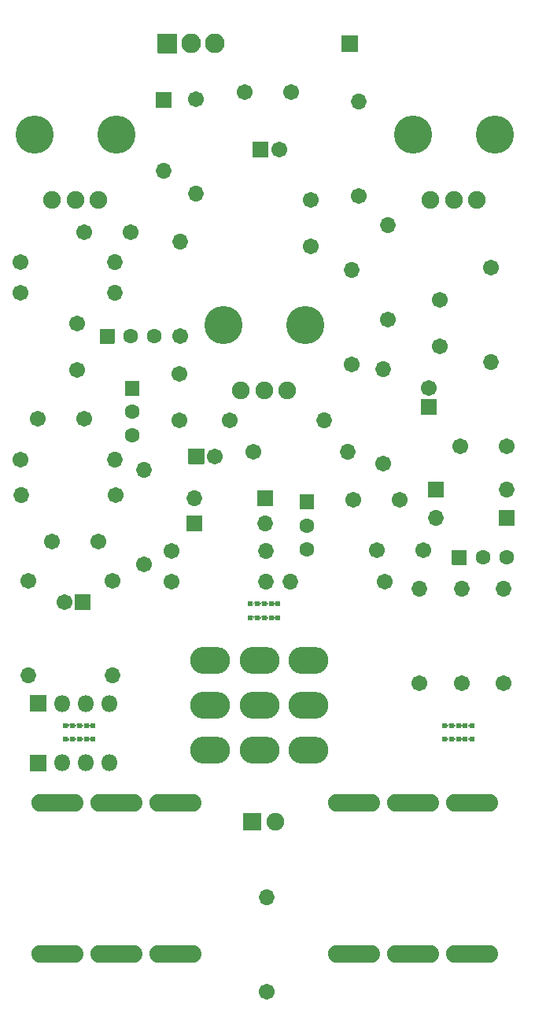
<source format=gbr>
G04 #@! TF.GenerationSoftware,KiCad,Pcbnew,5.1.9*
G04 #@! TF.CreationDate,2021-01-07T13:44:28+01:00*
G04 #@! TF.ProjectId,fuzzpedal,66757a7a-7065-4646-916c-2e6b69636164,rev?*
G04 #@! TF.SameCoordinates,Original*
G04 #@! TF.FileFunction,Soldermask,Bot*
G04 #@! TF.FilePolarity,Negative*
%FSLAX46Y46*%
G04 Gerber Fmt 4.6, Leading zero omitted, Abs format (unit mm)*
G04 Created by KiCad (PCBNEW 5.1.9) date 2021-01-07 13:44:28*
%MOMM*%
%LPD*%
G01*
G04 APERTURE LIST*
%ADD10O,5.602000X1.902000*%
%ADD11O,4.302000X2.902000*%
%ADD12O,2.102000X2.102000*%
%ADD13C,4.102000*%
%ADD14C,1.902000*%
%ADD15C,0.602000*%
%ADD16O,1.702000X1.702000*%
%ADD17C,1.702000*%
%ADD18C,1.602000*%
%ADD19O,1.802000X1.802000*%
%ADD20C,0.100000*%
G04 APERTURE END LIST*
D10*
X131200000Y-150615000D03*
X131200000Y-134385000D03*
X124850000Y-134385000D03*
X137550000Y-134385000D03*
X124850000Y-150615000D03*
X137550000Y-150615000D03*
X163100000Y-134385000D03*
X163100000Y-150615000D03*
X169450000Y-150615000D03*
X156750000Y-150615000D03*
X169450000Y-134385000D03*
X156750000Y-134385000D03*
D11*
X151900000Y-119100000D03*
X151900000Y-128700000D03*
X151900000Y-123900000D03*
X146600000Y-128700000D03*
X141300000Y-123900000D03*
X146600000Y-119100000D03*
X141300000Y-128700000D03*
X141300000Y-119100000D03*
X146600000Y-123900000D03*
D12*
X141780000Y-52700000D03*
X139240000Y-52700000D03*
G36*
G01*
X135700000Y-51649000D02*
X137700000Y-51649000D01*
G75*
G02*
X137751000Y-51700000I0J-51000D01*
G01*
X137751000Y-53700000D01*
G75*
G02*
X137700000Y-53751000I-51000J0D01*
G01*
X135700000Y-53751000D01*
G75*
G02*
X135649000Y-53700000I0J51000D01*
G01*
X135649000Y-51700000D01*
G75*
G02*
X135700000Y-51649000I51000J0D01*
G01*
G37*
D13*
X131200000Y-62500000D03*
X122400000Y-62500000D03*
D14*
X129300000Y-69500000D03*
X126800000Y-69500000D03*
X124300000Y-69500000D03*
D13*
X171900000Y-62500000D03*
X163100000Y-62500000D03*
D14*
X170000000Y-69500000D03*
X167500000Y-69500000D03*
X165000000Y-69500000D03*
D15*
X128700000Y-127550000D03*
X125700000Y-127550000D03*
X125700000Y-126050000D03*
X128700000Y-126050000D03*
X127200000Y-126050000D03*
X127200000Y-127550000D03*
X127950000Y-126050000D03*
X126450000Y-126050000D03*
X126450000Y-127550000D03*
X127950000Y-127550000D03*
X147850000Y-114450000D03*
X146350000Y-114450000D03*
X146350000Y-112950000D03*
X147850000Y-112950000D03*
X147100000Y-114450000D03*
X147100000Y-112950000D03*
X148600000Y-112950000D03*
X145600000Y-112950000D03*
X145600000Y-114450000D03*
X148600000Y-114450000D03*
X168750000Y-127550000D03*
X167250000Y-127550000D03*
X167250000Y-126050000D03*
X168750000Y-126050000D03*
X168000000Y-127550000D03*
X168000000Y-126050000D03*
X169500000Y-126050000D03*
X166500000Y-126050000D03*
X166500000Y-127550000D03*
X169500000Y-127550000D03*
D16*
X156500000Y-77040000D03*
D17*
X156500000Y-87200000D03*
X168200000Y-96000000D03*
X173200000Y-96000000D03*
X161700000Y-101800000D03*
X156700000Y-101800000D03*
D16*
X149940000Y-110600000D03*
D17*
X160100000Y-110600000D03*
X127000000Y-82800000D03*
X127000000Y-87800000D03*
X138000000Y-88200000D03*
X138000000Y-93200000D03*
X166000000Y-80300000D03*
X166000000Y-85300000D03*
X152100000Y-69500000D03*
X152100000Y-74500000D03*
X159200000Y-107200000D03*
X164200000Y-107200000D03*
X132700000Y-73000000D03*
X127700000Y-73000000D03*
X124300000Y-106300000D03*
X129300000Y-106300000D03*
X127700000Y-93100000D03*
X122700000Y-93100000D03*
D13*
X151500000Y-83000000D03*
X142700000Y-83000000D03*
D14*
X149600000Y-90000000D03*
X147100000Y-90000000D03*
X144600000Y-90000000D03*
D16*
X147400000Y-144540000D03*
D17*
X147400000Y-154700000D03*
D16*
X138100000Y-74040000D03*
D17*
X138100000Y-84200000D03*
D16*
X139800000Y-68860000D03*
D17*
X139800000Y-58700000D03*
D16*
X153560000Y-93200000D03*
D17*
X143400000Y-93200000D03*
D16*
X134200000Y-98540000D03*
D17*
X134200000Y-108700000D03*
D16*
X160400000Y-72240000D03*
D17*
X160400000Y-82400000D03*
D16*
X163800000Y-111340000D03*
D17*
X163800000Y-121500000D03*
D16*
X168400000Y-111340000D03*
D17*
X168400000Y-121500000D03*
D16*
X171500000Y-86960000D03*
D17*
X171500000Y-76800000D03*
D16*
X172900000Y-111340000D03*
D17*
X172900000Y-121500000D03*
D16*
X159900000Y-87740000D03*
D17*
X159900000Y-97900000D03*
D16*
X147260000Y-107300000D03*
D17*
X137100000Y-107300000D03*
D16*
X131060000Y-79500000D03*
D17*
X120900000Y-79500000D03*
D16*
X156060000Y-96600000D03*
D17*
X145900000Y-96600000D03*
D16*
X131060000Y-76200000D03*
D17*
X120900000Y-76200000D03*
D16*
X157300000Y-58940000D03*
D17*
X157300000Y-69100000D03*
D16*
X147260000Y-110600000D03*
D17*
X137100000Y-110600000D03*
D16*
X120940000Y-101300000D03*
D17*
X131100000Y-101300000D03*
D16*
X131060000Y-97500000D03*
D17*
X120900000Y-97500000D03*
D16*
X130800000Y-120660000D03*
D17*
X130800000Y-110500000D03*
D16*
X121700000Y-120660000D03*
D17*
X121700000Y-110500000D03*
D16*
X136300000Y-66420000D03*
G36*
G01*
X135500000Y-57949000D02*
X137100000Y-57949000D01*
G75*
G02*
X137151000Y-58000000I0J-51000D01*
G01*
X137151000Y-59600000D01*
G75*
G02*
X137100000Y-59651000I-51000J0D01*
G01*
X135500000Y-59651000D01*
G75*
G02*
X135449000Y-59600000I0J51000D01*
G01*
X135449000Y-58000000D01*
G75*
G02*
X135500000Y-57949000I51000J0D01*
G01*
G37*
D14*
X148340000Y-136400000D03*
G36*
G01*
X144849000Y-137300000D02*
X144849000Y-135500000D01*
G75*
G02*
X144900000Y-135449000I51000J0D01*
G01*
X146700000Y-135449000D01*
G75*
G02*
X146751000Y-135500000I0J-51000D01*
G01*
X146751000Y-137300000D01*
G75*
G02*
X146700000Y-137351000I-51000J0D01*
G01*
X144900000Y-137351000D01*
G75*
G02*
X144849000Y-137300000I0J51000D01*
G01*
G37*
D16*
X165580000Y-103700000D03*
G36*
G01*
X174051000Y-102900000D02*
X174051000Y-104500000D01*
G75*
G02*
X174000000Y-104551000I-51000J0D01*
G01*
X172400000Y-104551000D01*
G75*
G02*
X172349000Y-104500000I0J51000D01*
G01*
X172349000Y-102900000D01*
G75*
G02*
X172400000Y-102849000I51000J0D01*
G01*
X174000000Y-102849000D01*
G75*
G02*
X174051000Y-102900000I0J-51000D01*
G01*
G37*
X173200000Y-100700000D03*
G36*
G01*
X164729000Y-101500000D02*
X164729000Y-99900000D01*
G75*
G02*
X164780000Y-99849000I51000J0D01*
G01*
X166380000Y-99849000D01*
G75*
G02*
X166431000Y-99900000I0J-51000D01*
G01*
X166431000Y-101500000D01*
G75*
G02*
X166380000Y-101551000I-51000J0D01*
G01*
X164780000Y-101551000D01*
G75*
G02*
X164729000Y-101500000I0J51000D01*
G01*
G37*
X139580000Y-101600000D03*
G36*
G01*
X148051000Y-100800000D02*
X148051000Y-102400000D01*
G75*
G02*
X148000000Y-102451000I-51000J0D01*
G01*
X146400000Y-102451000D01*
G75*
G02*
X146349000Y-102400000I0J51000D01*
G01*
X146349000Y-100800000D01*
G75*
G02*
X146400000Y-100749000I51000J0D01*
G01*
X148000000Y-100749000D01*
G75*
G02*
X148051000Y-100800000I0J-51000D01*
G01*
G37*
X147220000Y-104300000D03*
G36*
G01*
X138749000Y-105100000D02*
X138749000Y-103500000D01*
G75*
G02*
X138800000Y-103449000I51000J0D01*
G01*
X140400000Y-103449000D01*
G75*
G02*
X140451000Y-103500000I0J-51000D01*
G01*
X140451000Y-105100000D01*
G75*
G02*
X140400000Y-105151000I-51000J0D01*
G01*
X138800000Y-105151000D01*
G75*
G02*
X138749000Y-105100000I0J51000D01*
G01*
G37*
D17*
X164800000Y-89800000D03*
G36*
G01*
X165600000Y-92651000D02*
X164000000Y-92651000D01*
G75*
G02*
X163949000Y-92600000I0J51000D01*
G01*
X163949000Y-91000000D01*
G75*
G02*
X164000000Y-90949000I51000J0D01*
G01*
X165600000Y-90949000D01*
G75*
G02*
X165651000Y-91000000I0J-51000D01*
G01*
X165651000Y-92600000D01*
G75*
G02*
X165600000Y-92651000I-51000J0D01*
G01*
G37*
X141800000Y-97100000D03*
G36*
G01*
X138949000Y-97900000D02*
X138949000Y-96300000D01*
G75*
G02*
X139000000Y-96249000I51000J0D01*
G01*
X140600000Y-96249000D01*
G75*
G02*
X140651000Y-96300000I0J-51000D01*
G01*
X140651000Y-97900000D01*
G75*
G02*
X140600000Y-97951000I-51000J0D01*
G01*
X139000000Y-97951000D01*
G75*
G02*
X138949000Y-97900000I0J51000D01*
G01*
G37*
X125600000Y-112800000D03*
G36*
G01*
X128451000Y-112000000D02*
X128451000Y-113600000D01*
G75*
G02*
X128400000Y-113651000I-51000J0D01*
G01*
X126800000Y-113651000D01*
G75*
G02*
X126749000Y-113600000I0J51000D01*
G01*
X126749000Y-112000000D01*
G75*
G02*
X126800000Y-111949000I51000J0D01*
G01*
X128400000Y-111949000D01*
G75*
G02*
X128451000Y-112000000I0J-51000D01*
G01*
G37*
G36*
G01*
X145849000Y-64900000D02*
X145849000Y-63300000D01*
G75*
G02*
X145900000Y-63249000I51000J0D01*
G01*
X147500000Y-63249000D01*
G75*
G02*
X147551000Y-63300000I0J-51000D01*
G01*
X147551000Y-64900000D01*
G75*
G02*
X147500000Y-64951000I-51000J0D01*
G01*
X145900000Y-64951000D01*
G75*
G02*
X145849000Y-64900000I0J51000D01*
G01*
G37*
X148700000Y-64100000D03*
X145000000Y-57900000D03*
X150000000Y-57900000D03*
G36*
G01*
X132099000Y-90550000D02*
X132099000Y-89050000D01*
G75*
G02*
X132150000Y-88999000I51000J0D01*
G01*
X133650000Y-88999000D01*
G75*
G02*
X133701000Y-89050000I0J-51000D01*
G01*
X133701000Y-90550000D01*
G75*
G02*
X133650000Y-90601000I-51000J0D01*
G01*
X132150000Y-90601000D01*
G75*
G02*
X132099000Y-90550000I0J51000D01*
G01*
G37*
D18*
X132900000Y-94880000D03*
X132900000Y-92340000D03*
X151700000Y-104540000D03*
X151700000Y-107080000D03*
G36*
G01*
X150899000Y-102750000D02*
X150899000Y-101250000D01*
G75*
G02*
X150950000Y-101199000I51000J0D01*
G01*
X152450000Y-101199000D01*
G75*
G02*
X152501000Y-101250000I0J-51000D01*
G01*
X152501000Y-102750000D01*
G75*
G02*
X152450000Y-102801000I-51000J0D01*
G01*
X150950000Y-102801000D01*
G75*
G02*
X150899000Y-102750000I0J51000D01*
G01*
G37*
G36*
G01*
X168850000Y-108801000D02*
X167350000Y-108801000D01*
G75*
G02*
X167299000Y-108750000I0J51000D01*
G01*
X167299000Y-107250000D01*
G75*
G02*
X167350000Y-107199000I51000J0D01*
G01*
X168850000Y-107199000D01*
G75*
G02*
X168901000Y-107250000I0J-51000D01*
G01*
X168901000Y-108750000D01*
G75*
G02*
X168850000Y-108801000I-51000J0D01*
G01*
G37*
X173180000Y-108000000D03*
X170640000Y-108000000D03*
X132740000Y-84200000D03*
X135280000Y-84200000D03*
G36*
G01*
X130950000Y-85001000D02*
X129450000Y-85001000D01*
G75*
G02*
X129399000Y-84950000I0J51000D01*
G01*
X129399000Y-83450000D01*
G75*
G02*
X129450000Y-83399000I51000J0D01*
G01*
X130950000Y-83399000D01*
G75*
G02*
X131001000Y-83450000I0J-51000D01*
G01*
X131001000Y-84950000D01*
G75*
G02*
X130950000Y-85001000I-51000J0D01*
G01*
G37*
G36*
G01*
X155399000Y-53550000D02*
X155399000Y-51850000D01*
G75*
G02*
X155450000Y-51799000I51000J0D01*
G01*
X157150000Y-51799000D01*
G75*
G02*
X157201000Y-51850000I0J-51000D01*
G01*
X157201000Y-53550000D01*
G75*
G02*
X157150000Y-53601000I-51000J0D01*
G01*
X155450000Y-53601000D01*
G75*
G02*
X155399000Y-53550000I0J51000D01*
G01*
G37*
G36*
G01*
X123650000Y-131001000D02*
X121950000Y-131001000D01*
G75*
G02*
X121899000Y-130950000I0J51000D01*
G01*
X121899000Y-129250000D01*
G75*
G02*
X121950000Y-129199000I51000J0D01*
G01*
X123650000Y-129199000D01*
G75*
G02*
X123701000Y-129250000I0J-51000D01*
G01*
X123701000Y-130950000D01*
G75*
G02*
X123650000Y-131001000I-51000J0D01*
G01*
G37*
D19*
X125340000Y-130100000D03*
X127880000Y-130100000D03*
X130420000Y-130100000D03*
X130420000Y-123700000D03*
X127880000Y-123700000D03*
X125340000Y-123700000D03*
G36*
G01*
X123650000Y-124601000D02*
X121950000Y-124601000D01*
G75*
G02*
X121899000Y-124550000I0J51000D01*
G01*
X121899000Y-122850000D01*
G75*
G02*
X121950000Y-122799000I51000J0D01*
G01*
X123650000Y-122799000D01*
G75*
G02*
X123701000Y-122850000I0J-51000D01*
G01*
X123701000Y-124550000D01*
G75*
G02*
X123650000Y-124601000I-51000J0D01*
G01*
G37*
D20*
G36*
X166985159Y-127410067D02*
G01*
X166985213Y-127411717D01*
X166963885Y-127463206D01*
X166952449Y-127520696D01*
X166952449Y-127579304D01*
X166963885Y-127636794D01*
X166985213Y-127688283D01*
X166984952Y-127690266D01*
X166983104Y-127691031D01*
X166981702Y-127690159D01*
X166977325Y-127683608D01*
X166961966Y-127664893D01*
X166943329Y-127649598D01*
X166922065Y-127638233D01*
X166898990Y-127631233D01*
X166874999Y-127628870D01*
X166851008Y-127631233D01*
X166827933Y-127638233D01*
X166806670Y-127649599D01*
X166788033Y-127664894D01*
X166772675Y-127683608D01*
X166768298Y-127690159D01*
X166766504Y-127691044D01*
X166764841Y-127689933D01*
X166764787Y-127688283D01*
X166786115Y-127636794D01*
X166797551Y-127579304D01*
X166797551Y-127520696D01*
X166786115Y-127463206D01*
X166764787Y-127411717D01*
X166765048Y-127409734D01*
X166766896Y-127408969D01*
X166768298Y-127409841D01*
X166772675Y-127416392D01*
X166788034Y-127435107D01*
X166806671Y-127450402D01*
X166827935Y-127461767D01*
X166851010Y-127468767D01*
X166875001Y-127471130D01*
X166898992Y-127468767D01*
X166922067Y-127461767D01*
X166943330Y-127450401D01*
X166961967Y-127435106D01*
X166977325Y-127416392D01*
X166981702Y-127409841D01*
X166983496Y-127408956D01*
X166985159Y-127410067D01*
G37*
G36*
X169235159Y-127410067D02*
G01*
X169235213Y-127411717D01*
X169213885Y-127463206D01*
X169202449Y-127520696D01*
X169202449Y-127579304D01*
X169213885Y-127636794D01*
X169235213Y-127688283D01*
X169234952Y-127690266D01*
X169233104Y-127691031D01*
X169231702Y-127690159D01*
X169227325Y-127683608D01*
X169211966Y-127664893D01*
X169193329Y-127649598D01*
X169172065Y-127638233D01*
X169148990Y-127631233D01*
X169124999Y-127628870D01*
X169101008Y-127631233D01*
X169077933Y-127638233D01*
X169056670Y-127649599D01*
X169038033Y-127664894D01*
X169022675Y-127683608D01*
X169018298Y-127690159D01*
X169016504Y-127691044D01*
X169014841Y-127689933D01*
X169014787Y-127688283D01*
X169036115Y-127636794D01*
X169047551Y-127579304D01*
X169047551Y-127520696D01*
X169036115Y-127463206D01*
X169014787Y-127411717D01*
X169015048Y-127409734D01*
X169016896Y-127408969D01*
X169018298Y-127409841D01*
X169022675Y-127416392D01*
X169038034Y-127435107D01*
X169056671Y-127450402D01*
X169077935Y-127461767D01*
X169101010Y-127468767D01*
X169125001Y-127471130D01*
X169148992Y-127468767D01*
X169172067Y-127461767D01*
X169193330Y-127450401D01*
X169211967Y-127435106D01*
X169227325Y-127416392D01*
X169231702Y-127409841D01*
X169233496Y-127408956D01*
X169235159Y-127410067D01*
G37*
G36*
X127685159Y-127410067D02*
G01*
X127685213Y-127411717D01*
X127663885Y-127463206D01*
X127652449Y-127520696D01*
X127652449Y-127579304D01*
X127663885Y-127636794D01*
X127685213Y-127688283D01*
X127684952Y-127690266D01*
X127683104Y-127691031D01*
X127681702Y-127690159D01*
X127677325Y-127683608D01*
X127661966Y-127664893D01*
X127643329Y-127649598D01*
X127622065Y-127638233D01*
X127598990Y-127631233D01*
X127574999Y-127628870D01*
X127551008Y-127631233D01*
X127527933Y-127638233D01*
X127506670Y-127649599D01*
X127488033Y-127664894D01*
X127472675Y-127683608D01*
X127468298Y-127690159D01*
X127466504Y-127691044D01*
X127464841Y-127689933D01*
X127464787Y-127688283D01*
X127486115Y-127636794D01*
X127497551Y-127579304D01*
X127497551Y-127520696D01*
X127486115Y-127463206D01*
X127464787Y-127411717D01*
X127465048Y-127409734D01*
X127466896Y-127408969D01*
X127468298Y-127409841D01*
X127472675Y-127416392D01*
X127488034Y-127435107D01*
X127506671Y-127450402D01*
X127527935Y-127461767D01*
X127551010Y-127468767D01*
X127575001Y-127471130D01*
X127598992Y-127468767D01*
X127622067Y-127461767D01*
X127643330Y-127450401D01*
X127661967Y-127435106D01*
X127677325Y-127416392D01*
X127681702Y-127409841D01*
X127683496Y-127408956D01*
X127685159Y-127410067D01*
G37*
G36*
X168485159Y-127410067D02*
G01*
X168485213Y-127411717D01*
X168463885Y-127463206D01*
X168452449Y-127520696D01*
X168452449Y-127579304D01*
X168463885Y-127636794D01*
X168485213Y-127688283D01*
X168484952Y-127690266D01*
X168483104Y-127691031D01*
X168481702Y-127690159D01*
X168477325Y-127683608D01*
X168461966Y-127664893D01*
X168443329Y-127649598D01*
X168422065Y-127638233D01*
X168398990Y-127631233D01*
X168374999Y-127628870D01*
X168351008Y-127631233D01*
X168327933Y-127638233D01*
X168306670Y-127649599D01*
X168288033Y-127664894D01*
X168272675Y-127683608D01*
X168268298Y-127690159D01*
X168266504Y-127691044D01*
X168264841Y-127689933D01*
X168264787Y-127688283D01*
X168286115Y-127636794D01*
X168297551Y-127579304D01*
X168297551Y-127520696D01*
X168286115Y-127463206D01*
X168264787Y-127411717D01*
X168265048Y-127409734D01*
X168266896Y-127408969D01*
X168268298Y-127409841D01*
X168272675Y-127416392D01*
X168288034Y-127435107D01*
X168306671Y-127450402D01*
X168327935Y-127461767D01*
X168351010Y-127468767D01*
X168375001Y-127471130D01*
X168398992Y-127468767D01*
X168422067Y-127461767D01*
X168443330Y-127450401D01*
X168461967Y-127435106D01*
X168477325Y-127416392D01*
X168481702Y-127409841D01*
X168483496Y-127408956D01*
X168485159Y-127410067D01*
G37*
G36*
X167735159Y-127410067D02*
G01*
X167735213Y-127411717D01*
X167713885Y-127463206D01*
X167702449Y-127520696D01*
X167702449Y-127579304D01*
X167713885Y-127636794D01*
X167735213Y-127688283D01*
X167734952Y-127690266D01*
X167733104Y-127691031D01*
X167731702Y-127690159D01*
X167727325Y-127683608D01*
X167711966Y-127664893D01*
X167693329Y-127649598D01*
X167672065Y-127638233D01*
X167648990Y-127631233D01*
X167624999Y-127628870D01*
X167601008Y-127631233D01*
X167577933Y-127638233D01*
X167556670Y-127649599D01*
X167538033Y-127664894D01*
X167522675Y-127683608D01*
X167518298Y-127690159D01*
X167516504Y-127691044D01*
X167514841Y-127689933D01*
X167514787Y-127688283D01*
X167536115Y-127636794D01*
X167547551Y-127579304D01*
X167547551Y-127520696D01*
X167536115Y-127463206D01*
X167514787Y-127411717D01*
X167515048Y-127409734D01*
X167516896Y-127408969D01*
X167518298Y-127409841D01*
X167522675Y-127416392D01*
X167538034Y-127435107D01*
X167556671Y-127450402D01*
X167577935Y-127461767D01*
X167601010Y-127468767D01*
X167625001Y-127471130D01*
X167648992Y-127468767D01*
X167672067Y-127461767D01*
X167693330Y-127450401D01*
X167711967Y-127435106D01*
X167727325Y-127416392D01*
X167731702Y-127409841D01*
X167733496Y-127408956D01*
X167735159Y-127410067D01*
G37*
G36*
X126185159Y-127410067D02*
G01*
X126185213Y-127411717D01*
X126163885Y-127463206D01*
X126152449Y-127520696D01*
X126152449Y-127579304D01*
X126163885Y-127636794D01*
X126185213Y-127688283D01*
X126184952Y-127690266D01*
X126183104Y-127691031D01*
X126181702Y-127690159D01*
X126177325Y-127683608D01*
X126161966Y-127664893D01*
X126143329Y-127649598D01*
X126122065Y-127638233D01*
X126098990Y-127631233D01*
X126074999Y-127628870D01*
X126051008Y-127631233D01*
X126027933Y-127638233D01*
X126006670Y-127649599D01*
X125988033Y-127664894D01*
X125972675Y-127683608D01*
X125968298Y-127690159D01*
X125966504Y-127691044D01*
X125964841Y-127689933D01*
X125964787Y-127688283D01*
X125986115Y-127636794D01*
X125997551Y-127579304D01*
X125997551Y-127520696D01*
X125986115Y-127463206D01*
X125964787Y-127411717D01*
X125965048Y-127409734D01*
X125966896Y-127408969D01*
X125968298Y-127409841D01*
X125972675Y-127416392D01*
X125988034Y-127435107D01*
X126006671Y-127450402D01*
X126027935Y-127461767D01*
X126051010Y-127468767D01*
X126075001Y-127471130D01*
X126098992Y-127468767D01*
X126122067Y-127461767D01*
X126143330Y-127450401D01*
X126161967Y-127435106D01*
X126177325Y-127416392D01*
X126181702Y-127409841D01*
X126183496Y-127408956D01*
X126185159Y-127410067D01*
G37*
G36*
X128435159Y-127410067D02*
G01*
X128435213Y-127411717D01*
X128413885Y-127463206D01*
X128402449Y-127520696D01*
X128402449Y-127579304D01*
X128413885Y-127636794D01*
X128435213Y-127688283D01*
X128434952Y-127690266D01*
X128433104Y-127691031D01*
X128431702Y-127690159D01*
X128427325Y-127683608D01*
X128411966Y-127664893D01*
X128393329Y-127649598D01*
X128372065Y-127638233D01*
X128348990Y-127631233D01*
X128324999Y-127628870D01*
X128301008Y-127631233D01*
X128277933Y-127638233D01*
X128256670Y-127649599D01*
X128238033Y-127664894D01*
X128222675Y-127683608D01*
X128218298Y-127690159D01*
X128216504Y-127691044D01*
X128214841Y-127689933D01*
X128214787Y-127688283D01*
X128236115Y-127636794D01*
X128247551Y-127579304D01*
X128247551Y-127520696D01*
X128236115Y-127463206D01*
X128214787Y-127411717D01*
X128215048Y-127409734D01*
X128216896Y-127408969D01*
X128218298Y-127409841D01*
X128222675Y-127416392D01*
X128238034Y-127435107D01*
X128256671Y-127450402D01*
X128277935Y-127461767D01*
X128301010Y-127468767D01*
X128325001Y-127471130D01*
X128348992Y-127468767D01*
X128372067Y-127461767D01*
X128393330Y-127450401D01*
X128411967Y-127435106D01*
X128427325Y-127416392D01*
X128431702Y-127409841D01*
X128433496Y-127408956D01*
X128435159Y-127410067D01*
G37*
G36*
X126935159Y-127410067D02*
G01*
X126935213Y-127411717D01*
X126913885Y-127463206D01*
X126902449Y-127520696D01*
X126902449Y-127579304D01*
X126913885Y-127636794D01*
X126935213Y-127688283D01*
X126934952Y-127690266D01*
X126933104Y-127691031D01*
X126931702Y-127690159D01*
X126927325Y-127683608D01*
X126911966Y-127664893D01*
X126893329Y-127649598D01*
X126872065Y-127638233D01*
X126848990Y-127631233D01*
X126824999Y-127628870D01*
X126801008Y-127631233D01*
X126777933Y-127638233D01*
X126756670Y-127649599D01*
X126738033Y-127664894D01*
X126722675Y-127683608D01*
X126718298Y-127690159D01*
X126716504Y-127691044D01*
X126714841Y-127689933D01*
X126714787Y-127688283D01*
X126736115Y-127636794D01*
X126747551Y-127579304D01*
X126747551Y-127520696D01*
X126736115Y-127463206D01*
X126714787Y-127411717D01*
X126715048Y-127409734D01*
X126716896Y-127408969D01*
X126718298Y-127409841D01*
X126722675Y-127416392D01*
X126738034Y-127435107D01*
X126756671Y-127450402D01*
X126777935Y-127461767D01*
X126801010Y-127468767D01*
X126825001Y-127471130D01*
X126848992Y-127468767D01*
X126872067Y-127461767D01*
X126893330Y-127450401D01*
X126911967Y-127435106D01*
X126927325Y-127416392D01*
X126931702Y-127409841D01*
X126933496Y-127408956D01*
X126935159Y-127410067D01*
G37*
G36*
X167735159Y-125910067D02*
G01*
X167735213Y-125911717D01*
X167713885Y-125963206D01*
X167702449Y-126020696D01*
X167702449Y-126079304D01*
X167713885Y-126136794D01*
X167735213Y-126188283D01*
X167734952Y-126190266D01*
X167733104Y-126191031D01*
X167731702Y-126190159D01*
X167727325Y-126183608D01*
X167711966Y-126164893D01*
X167693329Y-126149598D01*
X167672065Y-126138233D01*
X167648990Y-126131233D01*
X167624999Y-126128870D01*
X167601008Y-126131233D01*
X167577933Y-126138233D01*
X167556670Y-126149599D01*
X167538033Y-126164894D01*
X167522675Y-126183608D01*
X167518298Y-126190159D01*
X167516504Y-126191044D01*
X167514841Y-126189933D01*
X167514787Y-126188283D01*
X167536115Y-126136794D01*
X167547551Y-126079304D01*
X167547551Y-126020696D01*
X167536115Y-125963206D01*
X167514787Y-125911717D01*
X167515048Y-125909734D01*
X167516896Y-125908969D01*
X167518298Y-125909841D01*
X167522675Y-125916392D01*
X167538034Y-125935107D01*
X167556671Y-125950402D01*
X167577935Y-125961767D01*
X167601010Y-125968767D01*
X167625001Y-125971130D01*
X167648992Y-125968767D01*
X167672067Y-125961767D01*
X167693330Y-125950401D01*
X167711967Y-125935106D01*
X167727325Y-125916392D01*
X167731702Y-125909841D01*
X167733496Y-125908956D01*
X167735159Y-125910067D01*
G37*
G36*
X166985159Y-125910067D02*
G01*
X166985213Y-125911717D01*
X166963885Y-125963206D01*
X166952449Y-126020696D01*
X166952449Y-126079304D01*
X166963885Y-126136794D01*
X166985213Y-126188283D01*
X166984952Y-126190266D01*
X166983104Y-126191031D01*
X166981702Y-126190159D01*
X166977325Y-126183608D01*
X166961966Y-126164893D01*
X166943329Y-126149598D01*
X166922065Y-126138233D01*
X166898990Y-126131233D01*
X166874999Y-126128870D01*
X166851008Y-126131233D01*
X166827933Y-126138233D01*
X166806670Y-126149599D01*
X166788033Y-126164894D01*
X166772675Y-126183608D01*
X166768298Y-126190159D01*
X166766504Y-126191044D01*
X166764841Y-126189933D01*
X166764787Y-126188283D01*
X166786115Y-126136794D01*
X166797551Y-126079304D01*
X166797551Y-126020696D01*
X166786115Y-125963206D01*
X166764787Y-125911717D01*
X166765048Y-125909734D01*
X166766896Y-125908969D01*
X166768298Y-125909841D01*
X166772675Y-125916392D01*
X166788034Y-125935107D01*
X166806671Y-125950402D01*
X166827935Y-125961767D01*
X166851010Y-125968767D01*
X166875001Y-125971130D01*
X166898992Y-125968767D01*
X166922067Y-125961767D01*
X166943330Y-125950401D01*
X166961967Y-125935106D01*
X166977325Y-125916392D01*
X166981702Y-125909841D01*
X166983496Y-125908956D01*
X166985159Y-125910067D01*
G37*
G36*
X127685159Y-125910067D02*
G01*
X127685213Y-125911717D01*
X127663885Y-125963206D01*
X127652449Y-126020696D01*
X127652449Y-126079304D01*
X127663885Y-126136794D01*
X127685213Y-126188283D01*
X127684952Y-126190266D01*
X127683104Y-126191031D01*
X127681702Y-126190159D01*
X127677325Y-126183608D01*
X127661966Y-126164893D01*
X127643329Y-126149598D01*
X127622065Y-126138233D01*
X127598990Y-126131233D01*
X127574999Y-126128870D01*
X127551008Y-126131233D01*
X127527933Y-126138233D01*
X127506670Y-126149599D01*
X127488033Y-126164894D01*
X127472675Y-126183608D01*
X127468298Y-126190159D01*
X127466504Y-126191044D01*
X127464841Y-126189933D01*
X127464787Y-126188283D01*
X127486115Y-126136794D01*
X127497551Y-126079304D01*
X127497551Y-126020696D01*
X127486115Y-125963206D01*
X127464787Y-125911717D01*
X127465048Y-125909734D01*
X127466896Y-125908969D01*
X127468298Y-125909841D01*
X127472675Y-125916392D01*
X127488034Y-125935107D01*
X127506671Y-125950402D01*
X127527935Y-125961767D01*
X127551010Y-125968767D01*
X127575001Y-125971130D01*
X127598992Y-125968767D01*
X127622067Y-125961767D01*
X127643330Y-125950401D01*
X127661967Y-125935106D01*
X127677325Y-125916392D01*
X127681702Y-125909841D01*
X127683496Y-125908956D01*
X127685159Y-125910067D01*
G37*
G36*
X128435159Y-125910067D02*
G01*
X128435213Y-125911717D01*
X128413885Y-125963206D01*
X128402449Y-126020696D01*
X128402449Y-126079304D01*
X128413885Y-126136794D01*
X128435213Y-126188283D01*
X128434952Y-126190266D01*
X128433104Y-126191031D01*
X128431702Y-126190159D01*
X128427325Y-126183608D01*
X128411966Y-126164893D01*
X128393329Y-126149598D01*
X128372065Y-126138233D01*
X128348990Y-126131233D01*
X128324999Y-126128870D01*
X128301008Y-126131233D01*
X128277933Y-126138233D01*
X128256670Y-126149599D01*
X128238033Y-126164894D01*
X128222675Y-126183608D01*
X128218298Y-126190159D01*
X128216504Y-126191044D01*
X128214841Y-126189933D01*
X128214787Y-126188283D01*
X128236115Y-126136794D01*
X128247551Y-126079304D01*
X128247551Y-126020696D01*
X128236115Y-125963206D01*
X128214787Y-125911717D01*
X128215048Y-125909734D01*
X128216896Y-125908969D01*
X128218298Y-125909841D01*
X128222675Y-125916392D01*
X128238034Y-125935107D01*
X128256671Y-125950402D01*
X128277935Y-125961767D01*
X128301010Y-125968767D01*
X128325001Y-125971130D01*
X128348992Y-125968767D01*
X128372067Y-125961767D01*
X128393330Y-125950401D01*
X128411967Y-125935106D01*
X128427325Y-125916392D01*
X128431702Y-125909841D01*
X128433496Y-125908956D01*
X128435159Y-125910067D01*
G37*
G36*
X168485159Y-125910067D02*
G01*
X168485213Y-125911717D01*
X168463885Y-125963206D01*
X168452449Y-126020696D01*
X168452449Y-126079304D01*
X168463885Y-126136794D01*
X168485213Y-126188283D01*
X168484952Y-126190266D01*
X168483104Y-126191031D01*
X168481702Y-126190159D01*
X168477325Y-126183608D01*
X168461966Y-126164893D01*
X168443329Y-126149598D01*
X168422065Y-126138233D01*
X168398990Y-126131233D01*
X168374999Y-126128870D01*
X168351008Y-126131233D01*
X168327933Y-126138233D01*
X168306670Y-126149599D01*
X168288033Y-126164894D01*
X168272675Y-126183608D01*
X168268298Y-126190159D01*
X168266504Y-126191044D01*
X168264841Y-126189933D01*
X168264787Y-126188283D01*
X168286115Y-126136794D01*
X168297551Y-126079304D01*
X168297551Y-126020696D01*
X168286115Y-125963206D01*
X168264787Y-125911717D01*
X168265048Y-125909734D01*
X168266896Y-125908969D01*
X168268298Y-125909841D01*
X168272675Y-125916392D01*
X168288034Y-125935107D01*
X168306671Y-125950402D01*
X168327935Y-125961767D01*
X168351010Y-125968767D01*
X168375001Y-125971130D01*
X168398992Y-125968767D01*
X168422067Y-125961767D01*
X168443330Y-125950401D01*
X168461967Y-125935106D01*
X168477325Y-125916392D01*
X168481702Y-125909841D01*
X168483496Y-125908956D01*
X168485159Y-125910067D01*
G37*
G36*
X126185159Y-125910067D02*
G01*
X126185213Y-125911717D01*
X126163885Y-125963206D01*
X126152449Y-126020696D01*
X126152449Y-126079304D01*
X126163885Y-126136794D01*
X126185213Y-126188283D01*
X126184952Y-126190266D01*
X126183104Y-126191031D01*
X126181702Y-126190159D01*
X126177325Y-126183608D01*
X126161966Y-126164893D01*
X126143329Y-126149598D01*
X126122065Y-126138233D01*
X126098990Y-126131233D01*
X126074999Y-126128870D01*
X126051008Y-126131233D01*
X126027933Y-126138233D01*
X126006670Y-126149599D01*
X125988033Y-126164894D01*
X125972675Y-126183608D01*
X125968298Y-126190159D01*
X125966504Y-126191044D01*
X125964841Y-126189933D01*
X125964787Y-126188283D01*
X125986115Y-126136794D01*
X125997551Y-126079304D01*
X125997551Y-126020696D01*
X125986115Y-125963206D01*
X125964787Y-125911717D01*
X125965048Y-125909734D01*
X125966896Y-125908969D01*
X125968298Y-125909841D01*
X125972675Y-125916392D01*
X125988034Y-125935107D01*
X126006671Y-125950402D01*
X126027935Y-125961767D01*
X126051010Y-125968767D01*
X126075001Y-125971130D01*
X126098992Y-125968767D01*
X126122067Y-125961767D01*
X126143330Y-125950401D01*
X126161967Y-125935106D01*
X126177325Y-125916392D01*
X126181702Y-125909841D01*
X126183496Y-125908956D01*
X126185159Y-125910067D01*
G37*
G36*
X126935159Y-125910067D02*
G01*
X126935213Y-125911717D01*
X126913885Y-125963206D01*
X126902449Y-126020696D01*
X126902449Y-126079304D01*
X126913885Y-126136794D01*
X126935213Y-126188283D01*
X126934952Y-126190266D01*
X126933104Y-126191031D01*
X126931702Y-126190159D01*
X126927325Y-126183608D01*
X126911966Y-126164893D01*
X126893329Y-126149598D01*
X126872065Y-126138233D01*
X126848990Y-126131233D01*
X126824999Y-126128870D01*
X126801008Y-126131233D01*
X126777933Y-126138233D01*
X126756670Y-126149599D01*
X126738033Y-126164894D01*
X126722675Y-126183608D01*
X126718298Y-126190159D01*
X126716504Y-126191044D01*
X126714841Y-126189933D01*
X126714787Y-126188283D01*
X126736115Y-126136794D01*
X126747551Y-126079304D01*
X126747551Y-126020696D01*
X126736115Y-125963206D01*
X126714787Y-125911717D01*
X126715048Y-125909734D01*
X126716896Y-125908969D01*
X126718298Y-125909841D01*
X126722675Y-125916392D01*
X126738034Y-125935107D01*
X126756671Y-125950402D01*
X126777935Y-125961767D01*
X126801010Y-125968767D01*
X126825001Y-125971130D01*
X126848992Y-125968767D01*
X126872067Y-125961767D01*
X126893330Y-125950401D01*
X126911967Y-125935106D01*
X126927325Y-125916392D01*
X126931702Y-125909841D01*
X126933496Y-125908956D01*
X126935159Y-125910067D01*
G37*
G36*
X169235159Y-125910067D02*
G01*
X169235213Y-125911717D01*
X169213885Y-125963206D01*
X169202449Y-126020696D01*
X169202449Y-126079304D01*
X169213885Y-126136794D01*
X169235213Y-126188283D01*
X169234952Y-126190266D01*
X169233104Y-126191031D01*
X169231702Y-126190159D01*
X169227325Y-126183608D01*
X169211966Y-126164893D01*
X169193329Y-126149598D01*
X169172065Y-126138233D01*
X169148990Y-126131233D01*
X169124999Y-126128870D01*
X169101008Y-126131233D01*
X169077933Y-126138233D01*
X169056670Y-126149599D01*
X169038033Y-126164894D01*
X169022675Y-126183608D01*
X169018298Y-126190159D01*
X169016504Y-126191044D01*
X169014841Y-126189933D01*
X169014787Y-126188283D01*
X169036115Y-126136794D01*
X169047551Y-126079304D01*
X169047551Y-126020696D01*
X169036115Y-125963206D01*
X169014787Y-125911717D01*
X169015048Y-125909734D01*
X169016896Y-125908969D01*
X169018298Y-125909841D01*
X169022675Y-125916392D01*
X169038034Y-125935107D01*
X169056671Y-125950402D01*
X169077935Y-125961767D01*
X169101010Y-125968767D01*
X169125001Y-125971130D01*
X169148992Y-125968767D01*
X169172067Y-125961767D01*
X169193330Y-125950401D01*
X169211967Y-125935106D01*
X169227325Y-125916392D01*
X169231702Y-125909841D01*
X169233496Y-125908956D01*
X169235159Y-125910067D01*
G37*
G36*
X146835159Y-114310067D02*
G01*
X146835213Y-114311717D01*
X146813885Y-114363206D01*
X146802449Y-114420696D01*
X146802449Y-114479304D01*
X146813885Y-114536794D01*
X146835213Y-114588283D01*
X146834952Y-114590266D01*
X146833104Y-114591031D01*
X146831702Y-114590159D01*
X146827325Y-114583608D01*
X146811966Y-114564893D01*
X146793329Y-114549598D01*
X146772065Y-114538233D01*
X146748990Y-114531233D01*
X146724999Y-114528870D01*
X146701008Y-114531233D01*
X146677933Y-114538233D01*
X146656670Y-114549599D01*
X146638033Y-114564894D01*
X146622675Y-114583608D01*
X146618298Y-114590159D01*
X146616504Y-114591044D01*
X146614841Y-114589933D01*
X146614787Y-114588283D01*
X146636115Y-114536794D01*
X146647551Y-114479304D01*
X146647551Y-114420696D01*
X146636115Y-114363206D01*
X146614787Y-114311717D01*
X146615048Y-114309734D01*
X146616896Y-114308969D01*
X146618298Y-114309841D01*
X146622675Y-114316392D01*
X146638034Y-114335107D01*
X146656671Y-114350402D01*
X146677935Y-114361767D01*
X146701010Y-114368767D01*
X146725001Y-114371130D01*
X146748992Y-114368767D01*
X146772067Y-114361767D01*
X146793330Y-114350401D01*
X146811967Y-114335106D01*
X146827325Y-114316392D01*
X146831702Y-114309841D01*
X146833496Y-114308956D01*
X146835159Y-114310067D01*
G37*
G36*
X147585159Y-114310067D02*
G01*
X147585213Y-114311717D01*
X147563885Y-114363206D01*
X147552449Y-114420696D01*
X147552449Y-114479304D01*
X147563885Y-114536794D01*
X147585213Y-114588283D01*
X147584952Y-114590266D01*
X147583104Y-114591031D01*
X147581702Y-114590159D01*
X147577325Y-114583608D01*
X147561966Y-114564893D01*
X147543329Y-114549598D01*
X147522065Y-114538233D01*
X147498990Y-114531233D01*
X147474999Y-114528870D01*
X147451008Y-114531233D01*
X147427933Y-114538233D01*
X147406670Y-114549599D01*
X147388033Y-114564894D01*
X147372675Y-114583608D01*
X147368298Y-114590159D01*
X147366504Y-114591044D01*
X147364841Y-114589933D01*
X147364787Y-114588283D01*
X147386115Y-114536794D01*
X147397551Y-114479304D01*
X147397551Y-114420696D01*
X147386115Y-114363206D01*
X147364787Y-114311717D01*
X147365048Y-114309734D01*
X147366896Y-114308969D01*
X147368298Y-114309841D01*
X147372675Y-114316392D01*
X147388034Y-114335107D01*
X147406671Y-114350402D01*
X147427935Y-114361767D01*
X147451010Y-114368767D01*
X147475001Y-114371130D01*
X147498992Y-114368767D01*
X147522067Y-114361767D01*
X147543330Y-114350401D01*
X147561967Y-114335106D01*
X147577325Y-114316392D01*
X147581702Y-114309841D01*
X147583496Y-114308956D01*
X147585159Y-114310067D01*
G37*
G36*
X146085159Y-114310067D02*
G01*
X146085213Y-114311717D01*
X146063885Y-114363206D01*
X146052449Y-114420696D01*
X146052449Y-114479304D01*
X146063885Y-114536794D01*
X146085213Y-114588283D01*
X146084952Y-114590266D01*
X146083104Y-114591031D01*
X146081702Y-114590159D01*
X146077325Y-114583608D01*
X146061966Y-114564893D01*
X146043329Y-114549598D01*
X146022065Y-114538233D01*
X145998990Y-114531233D01*
X145974999Y-114528870D01*
X145951008Y-114531233D01*
X145927933Y-114538233D01*
X145906670Y-114549599D01*
X145888033Y-114564894D01*
X145872675Y-114583608D01*
X145868298Y-114590159D01*
X145866504Y-114591044D01*
X145864841Y-114589933D01*
X145864787Y-114588283D01*
X145886115Y-114536794D01*
X145897551Y-114479304D01*
X145897551Y-114420696D01*
X145886115Y-114363206D01*
X145864787Y-114311717D01*
X145865048Y-114309734D01*
X145866896Y-114308969D01*
X145868298Y-114309841D01*
X145872675Y-114316392D01*
X145888034Y-114335107D01*
X145906671Y-114350402D01*
X145927935Y-114361767D01*
X145951010Y-114368767D01*
X145975001Y-114371130D01*
X145998992Y-114368767D01*
X146022067Y-114361767D01*
X146043330Y-114350401D01*
X146061967Y-114335106D01*
X146077325Y-114316392D01*
X146081702Y-114309841D01*
X146083496Y-114308956D01*
X146085159Y-114310067D01*
G37*
G36*
X148335159Y-114310067D02*
G01*
X148335213Y-114311717D01*
X148313885Y-114363206D01*
X148302449Y-114420696D01*
X148302449Y-114479304D01*
X148313885Y-114536794D01*
X148335213Y-114588283D01*
X148334952Y-114590266D01*
X148333104Y-114591031D01*
X148331702Y-114590159D01*
X148327325Y-114583608D01*
X148311966Y-114564893D01*
X148293329Y-114549598D01*
X148272065Y-114538233D01*
X148248990Y-114531233D01*
X148224999Y-114528870D01*
X148201008Y-114531233D01*
X148177933Y-114538233D01*
X148156670Y-114549599D01*
X148138033Y-114564894D01*
X148122675Y-114583608D01*
X148118298Y-114590159D01*
X148116504Y-114591044D01*
X148114841Y-114589933D01*
X148114787Y-114588283D01*
X148136115Y-114536794D01*
X148147551Y-114479304D01*
X148147551Y-114420696D01*
X148136115Y-114363206D01*
X148114787Y-114311717D01*
X148115048Y-114309734D01*
X148116896Y-114308969D01*
X148118298Y-114309841D01*
X148122675Y-114316392D01*
X148138034Y-114335107D01*
X148156671Y-114350402D01*
X148177935Y-114361767D01*
X148201010Y-114368767D01*
X148225001Y-114371130D01*
X148248992Y-114368767D01*
X148272067Y-114361767D01*
X148293330Y-114350401D01*
X148311967Y-114335106D01*
X148327325Y-114316392D01*
X148331702Y-114309841D01*
X148333496Y-114308956D01*
X148335159Y-114310067D01*
G37*
G36*
X146085159Y-112810067D02*
G01*
X146085213Y-112811717D01*
X146063885Y-112863206D01*
X146052449Y-112920696D01*
X146052449Y-112979304D01*
X146063885Y-113036794D01*
X146085213Y-113088283D01*
X146084952Y-113090266D01*
X146083104Y-113091031D01*
X146081702Y-113090159D01*
X146077325Y-113083608D01*
X146061966Y-113064893D01*
X146043329Y-113049598D01*
X146022065Y-113038233D01*
X145998990Y-113031233D01*
X145974999Y-113028870D01*
X145951008Y-113031233D01*
X145927933Y-113038233D01*
X145906670Y-113049599D01*
X145888033Y-113064894D01*
X145872675Y-113083608D01*
X145868298Y-113090159D01*
X145866504Y-113091044D01*
X145864841Y-113089933D01*
X145864787Y-113088283D01*
X145886115Y-113036794D01*
X145897551Y-112979304D01*
X145897551Y-112920696D01*
X145886115Y-112863206D01*
X145864787Y-112811717D01*
X145865048Y-112809734D01*
X145866896Y-112808969D01*
X145868298Y-112809841D01*
X145872675Y-112816392D01*
X145888034Y-112835107D01*
X145906671Y-112850402D01*
X145927935Y-112861767D01*
X145951010Y-112868767D01*
X145975001Y-112871130D01*
X145998992Y-112868767D01*
X146022067Y-112861767D01*
X146043330Y-112850401D01*
X146061967Y-112835106D01*
X146077325Y-112816392D01*
X146081702Y-112809841D01*
X146083496Y-112808956D01*
X146085159Y-112810067D01*
G37*
G36*
X147585159Y-112810067D02*
G01*
X147585213Y-112811717D01*
X147563885Y-112863206D01*
X147552449Y-112920696D01*
X147552449Y-112979304D01*
X147563885Y-113036794D01*
X147585213Y-113088283D01*
X147584952Y-113090266D01*
X147583104Y-113091031D01*
X147581702Y-113090159D01*
X147577325Y-113083608D01*
X147561966Y-113064893D01*
X147543329Y-113049598D01*
X147522065Y-113038233D01*
X147498990Y-113031233D01*
X147474999Y-113028870D01*
X147451008Y-113031233D01*
X147427933Y-113038233D01*
X147406670Y-113049599D01*
X147388033Y-113064894D01*
X147372675Y-113083608D01*
X147368298Y-113090159D01*
X147366504Y-113091044D01*
X147364841Y-113089933D01*
X147364787Y-113088283D01*
X147386115Y-113036794D01*
X147397551Y-112979304D01*
X147397551Y-112920696D01*
X147386115Y-112863206D01*
X147364787Y-112811717D01*
X147365048Y-112809734D01*
X147366896Y-112808969D01*
X147368298Y-112809841D01*
X147372675Y-112816392D01*
X147388034Y-112835107D01*
X147406671Y-112850402D01*
X147427935Y-112861767D01*
X147451010Y-112868767D01*
X147475001Y-112871130D01*
X147498992Y-112868767D01*
X147522067Y-112861767D01*
X147543330Y-112850401D01*
X147561967Y-112835106D01*
X147577325Y-112816392D01*
X147581702Y-112809841D01*
X147583496Y-112808956D01*
X147585159Y-112810067D01*
G37*
G36*
X146835159Y-112810067D02*
G01*
X146835213Y-112811717D01*
X146813885Y-112863206D01*
X146802449Y-112920696D01*
X146802449Y-112979304D01*
X146813885Y-113036794D01*
X146835213Y-113088283D01*
X146834952Y-113090266D01*
X146833104Y-113091031D01*
X146831702Y-113090159D01*
X146827325Y-113083608D01*
X146811966Y-113064893D01*
X146793329Y-113049598D01*
X146772065Y-113038233D01*
X146748990Y-113031233D01*
X146724999Y-113028870D01*
X146701008Y-113031233D01*
X146677933Y-113038233D01*
X146656670Y-113049599D01*
X146638033Y-113064894D01*
X146622675Y-113083608D01*
X146618298Y-113090159D01*
X146616504Y-113091044D01*
X146614841Y-113089933D01*
X146614787Y-113088283D01*
X146636115Y-113036794D01*
X146647551Y-112979304D01*
X146647551Y-112920696D01*
X146636115Y-112863206D01*
X146614787Y-112811717D01*
X146615048Y-112809734D01*
X146616896Y-112808969D01*
X146618298Y-112809841D01*
X146622675Y-112816392D01*
X146638034Y-112835107D01*
X146656671Y-112850402D01*
X146677935Y-112861767D01*
X146701010Y-112868767D01*
X146725001Y-112871130D01*
X146748992Y-112868767D01*
X146772067Y-112861767D01*
X146793330Y-112850401D01*
X146811967Y-112835106D01*
X146827325Y-112816392D01*
X146831702Y-112809841D01*
X146833496Y-112808956D01*
X146835159Y-112810067D01*
G37*
G36*
X148335159Y-112810067D02*
G01*
X148335213Y-112811717D01*
X148313885Y-112863206D01*
X148302449Y-112920696D01*
X148302449Y-112979304D01*
X148313885Y-113036794D01*
X148335213Y-113088283D01*
X148334952Y-113090266D01*
X148333104Y-113091031D01*
X148331702Y-113090159D01*
X148327325Y-113083608D01*
X148311966Y-113064893D01*
X148293329Y-113049598D01*
X148272065Y-113038233D01*
X148248990Y-113031233D01*
X148224999Y-113028870D01*
X148201008Y-113031233D01*
X148177933Y-113038233D01*
X148156670Y-113049599D01*
X148138033Y-113064894D01*
X148122675Y-113083608D01*
X148118298Y-113090159D01*
X148116504Y-113091044D01*
X148114841Y-113089933D01*
X148114787Y-113088283D01*
X148136115Y-113036794D01*
X148147551Y-112979304D01*
X148147551Y-112920696D01*
X148136115Y-112863206D01*
X148114787Y-112811717D01*
X148115048Y-112809734D01*
X148116896Y-112808969D01*
X148118298Y-112809841D01*
X148122675Y-112816392D01*
X148138034Y-112835107D01*
X148156671Y-112850402D01*
X148177935Y-112861767D01*
X148201010Y-112868767D01*
X148225001Y-112871130D01*
X148248992Y-112868767D01*
X148272067Y-112861767D01*
X148293330Y-112850401D01*
X148311967Y-112835106D01*
X148327325Y-112816392D01*
X148331702Y-112809841D01*
X148333496Y-112808956D01*
X148335159Y-112810067D01*
G37*
M02*

</source>
